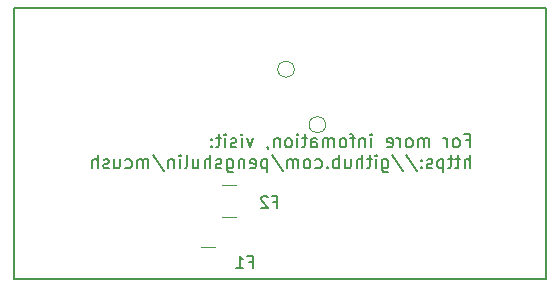
<source format=gbr>
G04 #@! TF.GenerationSoftware,KiCad,Pcbnew,5.0.0-fee4fd1~66~ubuntu16.04.1*
G04 #@! TF.CreationDate,2018-10-04T09:57:08+08:00*
G04 #@! TF.ProjectId,tiny,74696E792E6B696361645F7063620000,rev?*
G04 #@! TF.SameCoordinates,Original*
G04 #@! TF.FileFunction,Legend,Bot*
G04 #@! TF.FilePolarity,Positive*
%FSLAX46Y46*%
G04 Gerber Fmt 4.6, Leading zero omitted, Abs format (unit mm)*
G04 Created by KiCad (PCBNEW 5.0.0-fee4fd1~66~ubuntu16.04.1) date Thu Oct  4 09:57:08 2018*
%MOMM*%
%LPD*%
G01*
G04 APERTURE LIST*
%ADD10C,0.200000*%
%ADD11C,0.150000*%
%ADD12C,0.120000*%
G04 APERTURE END LIST*
D10*
X128400428Y-112697428D02*
X128767095Y-112697428D01*
X128767095Y-113273619D02*
X128767095Y-112173619D01*
X128243285Y-112173619D01*
X127667095Y-113273619D02*
X127771857Y-113221238D01*
X127824238Y-113168857D01*
X127876619Y-113064095D01*
X127876619Y-112749809D01*
X127824238Y-112645047D01*
X127771857Y-112592666D01*
X127667095Y-112540285D01*
X127509952Y-112540285D01*
X127405190Y-112592666D01*
X127352809Y-112645047D01*
X127300428Y-112749809D01*
X127300428Y-113064095D01*
X127352809Y-113168857D01*
X127405190Y-113221238D01*
X127509952Y-113273619D01*
X127667095Y-113273619D01*
X126829000Y-113273619D02*
X126829000Y-112540285D01*
X126829000Y-112749809D02*
X126776619Y-112645047D01*
X126724238Y-112592666D01*
X126619476Y-112540285D01*
X126514714Y-112540285D01*
X125309952Y-113273619D02*
X125309952Y-112540285D01*
X125309952Y-112645047D02*
X125257571Y-112592666D01*
X125152809Y-112540285D01*
X124995666Y-112540285D01*
X124890904Y-112592666D01*
X124838523Y-112697428D01*
X124838523Y-113273619D01*
X124838523Y-112697428D02*
X124786142Y-112592666D01*
X124681380Y-112540285D01*
X124524238Y-112540285D01*
X124419476Y-112592666D01*
X124367095Y-112697428D01*
X124367095Y-113273619D01*
X123686142Y-113273619D02*
X123790904Y-113221238D01*
X123843285Y-113168857D01*
X123895666Y-113064095D01*
X123895666Y-112749809D01*
X123843285Y-112645047D01*
X123790904Y-112592666D01*
X123686142Y-112540285D01*
X123529000Y-112540285D01*
X123424238Y-112592666D01*
X123371857Y-112645047D01*
X123319476Y-112749809D01*
X123319476Y-113064095D01*
X123371857Y-113168857D01*
X123424238Y-113221238D01*
X123529000Y-113273619D01*
X123686142Y-113273619D01*
X122848047Y-113273619D02*
X122848047Y-112540285D01*
X122848047Y-112749809D02*
X122795666Y-112645047D01*
X122743285Y-112592666D01*
X122638523Y-112540285D01*
X122533761Y-112540285D01*
X121748047Y-113221238D02*
X121852809Y-113273619D01*
X122062333Y-113273619D01*
X122167095Y-113221238D01*
X122219476Y-113116476D01*
X122219476Y-112697428D01*
X122167095Y-112592666D01*
X122062333Y-112540285D01*
X121852809Y-112540285D01*
X121748047Y-112592666D01*
X121695666Y-112697428D01*
X121695666Y-112802190D01*
X122219476Y-112906952D01*
X120386142Y-113273619D02*
X120386142Y-112540285D01*
X120386142Y-112173619D02*
X120438523Y-112226000D01*
X120386142Y-112278380D01*
X120333761Y-112226000D01*
X120386142Y-112173619D01*
X120386142Y-112278380D01*
X119862333Y-112540285D02*
X119862333Y-113273619D01*
X119862333Y-112645047D02*
X119809952Y-112592666D01*
X119705190Y-112540285D01*
X119548047Y-112540285D01*
X119443285Y-112592666D01*
X119390904Y-112697428D01*
X119390904Y-113273619D01*
X119024238Y-112540285D02*
X118605190Y-112540285D01*
X118867095Y-113273619D02*
X118867095Y-112330761D01*
X118814714Y-112226000D01*
X118709952Y-112173619D01*
X118605190Y-112173619D01*
X118081380Y-113273619D02*
X118186142Y-113221238D01*
X118238523Y-113168857D01*
X118290904Y-113064095D01*
X118290904Y-112749809D01*
X118238523Y-112645047D01*
X118186142Y-112592666D01*
X118081380Y-112540285D01*
X117924238Y-112540285D01*
X117819476Y-112592666D01*
X117767095Y-112645047D01*
X117714714Y-112749809D01*
X117714714Y-113064095D01*
X117767095Y-113168857D01*
X117819476Y-113221238D01*
X117924238Y-113273619D01*
X118081380Y-113273619D01*
X117243285Y-113273619D02*
X117243285Y-112540285D01*
X117243285Y-112645047D02*
X117190904Y-112592666D01*
X117086142Y-112540285D01*
X116929000Y-112540285D01*
X116824238Y-112592666D01*
X116771857Y-112697428D01*
X116771857Y-113273619D01*
X116771857Y-112697428D02*
X116719476Y-112592666D01*
X116614714Y-112540285D01*
X116457571Y-112540285D01*
X116352809Y-112592666D01*
X116300428Y-112697428D01*
X116300428Y-113273619D01*
X115305190Y-113273619D02*
X115305190Y-112697428D01*
X115357571Y-112592666D01*
X115462333Y-112540285D01*
X115671857Y-112540285D01*
X115776619Y-112592666D01*
X115305190Y-113221238D02*
X115409952Y-113273619D01*
X115671857Y-113273619D01*
X115776619Y-113221238D01*
X115829000Y-113116476D01*
X115829000Y-113011714D01*
X115776619Y-112906952D01*
X115671857Y-112854571D01*
X115409952Y-112854571D01*
X115305190Y-112802190D01*
X114938523Y-112540285D02*
X114519476Y-112540285D01*
X114781380Y-112173619D02*
X114781380Y-113116476D01*
X114729000Y-113221238D01*
X114624238Y-113273619D01*
X114519476Y-113273619D01*
X114152809Y-113273619D02*
X114152809Y-112540285D01*
X114152809Y-112173619D02*
X114205190Y-112226000D01*
X114152809Y-112278380D01*
X114100428Y-112226000D01*
X114152809Y-112173619D01*
X114152809Y-112278380D01*
X113471857Y-113273619D02*
X113576619Y-113221238D01*
X113629000Y-113168857D01*
X113681380Y-113064095D01*
X113681380Y-112749809D01*
X113629000Y-112645047D01*
X113576619Y-112592666D01*
X113471857Y-112540285D01*
X113314714Y-112540285D01*
X113209952Y-112592666D01*
X113157571Y-112645047D01*
X113105190Y-112749809D01*
X113105190Y-113064095D01*
X113157571Y-113168857D01*
X113209952Y-113221238D01*
X113314714Y-113273619D01*
X113471857Y-113273619D01*
X112633761Y-112540285D02*
X112633761Y-113273619D01*
X112633761Y-112645047D02*
X112581380Y-112592666D01*
X112476619Y-112540285D01*
X112319476Y-112540285D01*
X112214714Y-112592666D01*
X112162333Y-112697428D01*
X112162333Y-113273619D01*
X111586142Y-113221238D02*
X111586142Y-113273619D01*
X111638523Y-113378380D01*
X111690904Y-113430761D01*
X110381380Y-112540285D02*
X110119476Y-113273619D01*
X109857571Y-112540285D01*
X109438523Y-113273619D02*
X109438523Y-112540285D01*
X109438523Y-112173619D02*
X109490904Y-112226000D01*
X109438523Y-112278380D01*
X109386142Y-112226000D01*
X109438523Y-112173619D01*
X109438523Y-112278380D01*
X108967095Y-113221238D02*
X108862333Y-113273619D01*
X108652809Y-113273619D01*
X108548047Y-113221238D01*
X108495666Y-113116476D01*
X108495666Y-113064095D01*
X108548047Y-112959333D01*
X108652809Y-112906952D01*
X108809952Y-112906952D01*
X108914714Y-112854571D01*
X108967095Y-112749809D01*
X108967095Y-112697428D01*
X108914714Y-112592666D01*
X108809952Y-112540285D01*
X108652809Y-112540285D01*
X108548047Y-112592666D01*
X108024238Y-113273619D02*
X108024238Y-112540285D01*
X108024238Y-112173619D02*
X108076619Y-112226000D01*
X108024238Y-112278380D01*
X107971857Y-112226000D01*
X108024238Y-112173619D01*
X108024238Y-112278380D01*
X107657571Y-112540285D02*
X107238523Y-112540285D01*
X107500428Y-112173619D02*
X107500428Y-113116476D01*
X107448047Y-113221238D01*
X107343285Y-113273619D01*
X107238523Y-113273619D01*
X106871857Y-113168857D02*
X106819476Y-113221238D01*
X106871857Y-113273619D01*
X106924238Y-113221238D01*
X106871857Y-113168857D01*
X106871857Y-113273619D01*
X106871857Y-112592666D02*
X106819476Y-112645047D01*
X106871857Y-112697428D01*
X106924238Y-112645047D01*
X106871857Y-112592666D01*
X106871857Y-112697428D01*
X128767095Y-115051619D02*
X128767095Y-113951619D01*
X128295666Y-115051619D02*
X128295666Y-114475428D01*
X128348047Y-114370666D01*
X128452809Y-114318285D01*
X128609952Y-114318285D01*
X128714714Y-114370666D01*
X128767095Y-114423047D01*
X127929000Y-114318285D02*
X127509952Y-114318285D01*
X127771857Y-113951619D02*
X127771857Y-114894476D01*
X127719476Y-114999238D01*
X127614714Y-115051619D01*
X127509952Y-115051619D01*
X127300428Y-114318285D02*
X126881380Y-114318285D01*
X127143285Y-113951619D02*
X127143285Y-114894476D01*
X127090904Y-114999238D01*
X126986142Y-115051619D01*
X126881380Y-115051619D01*
X126514714Y-114318285D02*
X126514714Y-115418285D01*
X126514714Y-114370666D02*
X126409952Y-114318285D01*
X126200428Y-114318285D01*
X126095666Y-114370666D01*
X126043285Y-114423047D01*
X125990904Y-114527809D01*
X125990904Y-114842095D01*
X126043285Y-114946857D01*
X126095666Y-114999238D01*
X126200428Y-115051619D01*
X126409952Y-115051619D01*
X126514714Y-114999238D01*
X125571857Y-114999238D02*
X125467095Y-115051619D01*
X125257571Y-115051619D01*
X125152809Y-114999238D01*
X125100428Y-114894476D01*
X125100428Y-114842095D01*
X125152809Y-114737333D01*
X125257571Y-114684952D01*
X125414714Y-114684952D01*
X125519476Y-114632571D01*
X125571857Y-114527809D01*
X125571857Y-114475428D01*
X125519476Y-114370666D01*
X125414714Y-114318285D01*
X125257571Y-114318285D01*
X125152809Y-114370666D01*
X124629000Y-114946857D02*
X124576619Y-114999238D01*
X124629000Y-115051619D01*
X124681380Y-114999238D01*
X124629000Y-114946857D01*
X124629000Y-115051619D01*
X124629000Y-114370666D02*
X124576619Y-114423047D01*
X124629000Y-114475428D01*
X124681380Y-114423047D01*
X124629000Y-114370666D01*
X124629000Y-114475428D01*
X123319476Y-113899238D02*
X124262333Y-115313523D01*
X122167095Y-113899238D02*
X123109952Y-115313523D01*
X121329000Y-114318285D02*
X121329000Y-115208761D01*
X121381380Y-115313523D01*
X121433761Y-115365904D01*
X121538523Y-115418285D01*
X121695666Y-115418285D01*
X121800428Y-115365904D01*
X121329000Y-114999238D02*
X121433761Y-115051619D01*
X121643285Y-115051619D01*
X121748047Y-114999238D01*
X121800428Y-114946857D01*
X121852809Y-114842095D01*
X121852809Y-114527809D01*
X121800428Y-114423047D01*
X121748047Y-114370666D01*
X121643285Y-114318285D01*
X121433761Y-114318285D01*
X121329000Y-114370666D01*
X120805190Y-115051619D02*
X120805190Y-114318285D01*
X120805190Y-113951619D02*
X120857571Y-114004000D01*
X120805190Y-114056380D01*
X120752809Y-114004000D01*
X120805190Y-113951619D01*
X120805190Y-114056380D01*
X120438523Y-114318285D02*
X120019476Y-114318285D01*
X120281380Y-113951619D02*
X120281380Y-114894476D01*
X120229000Y-114999238D01*
X120124238Y-115051619D01*
X120019476Y-115051619D01*
X119652809Y-115051619D02*
X119652809Y-113951619D01*
X119181380Y-115051619D02*
X119181380Y-114475428D01*
X119233761Y-114370666D01*
X119338523Y-114318285D01*
X119495666Y-114318285D01*
X119600428Y-114370666D01*
X119652809Y-114423047D01*
X118186142Y-114318285D02*
X118186142Y-115051619D01*
X118657571Y-114318285D02*
X118657571Y-114894476D01*
X118605190Y-114999238D01*
X118500428Y-115051619D01*
X118343285Y-115051619D01*
X118238523Y-114999238D01*
X118186142Y-114946857D01*
X117662333Y-115051619D02*
X117662333Y-113951619D01*
X117662333Y-114370666D02*
X117557571Y-114318285D01*
X117348047Y-114318285D01*
X117243285Y-114370666D01*
X117190904Y-114423047D01*
X117138523Y-114527809D01*
X117138523Y-114842095D01*
X117190904Y-114946857D01*
X117243285Y-114999238D01*
X117348047Y-115051619D01*
X117557571Y-115051619D01*
X117662333Y-114999238D01*
X116667095Y-114946857D02*
X116614714Y-114999238D01*
X116667095Y-115051619D01*
X116719476Y-114999238D01*
X116667095Y-114946857D01*
X116667095Y-115051619D01*
X115671857Y-114999238D02*
X115776619Y-115051619D01*
X115986142Y-115051619D01*
X116090904Y-114999238D01*
X116143285Y-114946857D01*
X116195666Y-114842095D01*
X116195666Y-114527809D01*
X116143285Y-114423047D01*
X116090904Y-114370666D01*
X115986142Y-114318285D01*
X115776619Y-114318285D01*
X115671857Y-114370666D01*
X115043285Y-115051619D02*
X115148047Y-114999238D01*
X115200428Y-114946857D01*
X115252809Y-114842095D01*
X115252809Y-114527809D01*
X115200428Y-114423047D01*
X115148047Y-114370666D01*
X115043285Y-114318285D01*
X114886142Y-114318285D01*
X114781380Y-114370666D01*
X114729000Y-114423047D01*
X114676619Y-114527809D01*
X114676619Y-114842095D01*
X114729000Y-114946857D01*
X114781380Y-114999238D01*
X114886142Y-115051619D01*
X115043285Y-115051619D01*
X114205190Y-115051619D02*
X114205190Y-114318285D01*
X114205190Y-114423047D02*
X114152809Y-114370666D01*
X114048047Y-114318285D01*
X113890904Y-114318285D01*
X113786142Y-114370666D01*
X113733761Y-114475428D01*
X113733761Y-115051619D01*
X113733761Y-114475428D02*
X113681380Y-114370666D01*
X113576619Y-114318285D01*
X113419476Y-114318285D01*
X113314714Y-114370666D01*
X113262333Y-114475428D01*
X113262333Y-115051619D01*
X111952809Y-113899238D02*
X112895666Y-115313523D01*
X111586142Y-114318285D02*
X111586142Y-115418285D01*
X111586142Y-114370666D02*
X111481380Y-114318285D01*
X111271857Y-114318285D01*
X111167095Y-114370666D01*
X111114714Y-114423047D01*
X111062333Y-114527809D01*
X111062333Y-114842095D01*
X111114714Y-114946857D01*
X111167095Y-114999238D01*
X111271857Y-115051619D01*
X111481380Y-115051619D01*
X111586142Y-114999238D01*
X110171857Y-114999238D02*
X110276619Y-115051619D01*
X110486142Y-115051619D01*
X110590904Y-114999238D01*
X110643285Y-114894476D01*
X110643285Y-114475428D01*
X110590904Y-114370666D01*
X110486142Y-114318285D01*
X110276619Y-114318285D01*
X110171857Y-114370666D01*
X110119476Y-114475428D01*
X110119476Y-114580190D01*
X110643285Y-114684952D01*
X109648047Y-114318285D02*
X109648047Y-115051619D01*
X109648047Y-114423047D02*
X109595666Y-114370666D01*
X109490904Y-114318285D01*
X109333761Y-114318285D01*
X109229000Y-114370666D01*
X109176619Y-114475428D01*
X109176619Y-115051619D01*
X108181380Y-114318285D02*
X108181380Y-115208761D01*
X108233761Y-115313523D01*
X108286142Y-115365904D01*
X108390904Y-115418285D01*
X108548047Y-115418285D01*
X108652809Y-115365904D01*
X108181380Y-114999238D02*
X108286142Y-115051619D01*
X108495666Y-115051619D01*
X108600428Y-114999238D01*
X108652809Y-114946857D01*
X108705190Y-114842095D01*
X108705190Y-114527809D01*
X108652809Y-114423047D01*
X108600428Y-114370666D01*
X108495666Y-114318285D01*
X108286142Y-114318285D01*
X108181380Y-114370666D01*
X107709952Y-114999238D02*
X107605190Y-115051619D01*
X107395666Y-115051619D01*
X107290904Y-114999238D01*
X107238523Y-114894476D01*
X107238523Y-114842095D01*
X107290904Y-114737333D01*
X107395666Y-114684952D01*
X107552809Y-114684952D01*
X107657571Y-114632571D01*
X107709952Y-114527809D01*
X107709952Y-114475428D01*
X107657571Y-114370666D01*
X107552809Y-114318285D01*
X107395666Y-114318285D01*
X107290904Y-114370666D01*
X106767095Y-115051619D02*
X106767095Y-113951619D01*
X106295666Y-115051619D02*
X106295666Y-114475428D01*
X106348047Y-114370666D01*
X106452809Y-114318285D01*
X106609952Y-114318285D01*
X106714714Y-114370666D01*
X106767095Y-114423047D01*
X105300428Y-114318285D02*
X105300428Y-115051619D01*
X105771857Y-114318285D02*
X105771857Y-114894476D01*
X105719476Y-114999238D01*
X105614714Y-115051619D01*
X105457571Y-115051619D01*
X105352809Y-114999238D01*
X105300428Y-114946857D01*
X104619476Y-115051619D02*
X104724238Y-114999238D01*
X104776619Y-114894476D01*
X104776619Y-113951619D01*
X104200428Y-115051619D02*
X104200428Y-114318285D01*
X104200428Y-113951619D02*
X104252809Y-114004000D01*
X104200428Y-114056380D01*
X104148047Y-114004000D01*
X104200428Y-113951619D01*
X104200428Y-114056380D01*
X103676619Y-114318285D02*
X103676619Y-115051619D01*
X103676619Y-114423047D02*
X103624238Y-114370666D01*
X103519476Y-114318285D01*
X103362333Y-114318285D01*
X103257571Y-114370666D01*
X103205190Y-114475428D01*
X103205190Y-115051619D01*
X101895666Y-113899238D02*
X102838523Y-115313523D01*
X101529000Y-115051619D02*
X101529000Y-114318285D01*
X101529000Y-114423047D02*
X101476619Y-114370666D01*
X101371857Y-114318285D01*
X101214714Y-114318285D01*
X101109952Y-114370666D01*
X101057571Y-114475428D01*
X101057571Y-115051619D01*
X101057571Y-114475428D02*
X101005190Y-114370666D01*
X100900428Y-114318285D01*
X100743285Y-114318285D01*
X100638523Y-114370666D01*
X100586142Y-114475428D01*
X100586142Y-115051619D01*
X99590904Y-114999238D02*
X99695666Y-115051619D01*
X99905190Y-115051619D01*
X100009952Y-114999238D01*
X100062333Y-114946857D01*
X100114714Y-114842095D01*
X100114714Y-114527809D01*
X100062333Y-114423047D01*
X100009952Y-114370666D01*
X99905190Y-114318285D01*
X99695666Y-114318285D01*
X99590904Y-114370666D01*
X98648047Y-114318285D02*
X98648047Y-115051619D01*
X99119476Y-114318285D02*
X99119476Y-114894476D01*
X99067095Y-114999238D01*
X98962333Y-115051619D01*
X98805190Y-115051619D01*
X98700428Y-114999238D01*
X98648047Y-114946857D01*
X98176619Y-114999238D02*
X98071857Y-115051619D01*
X97862333Y-115051619D01*
X97757571Y-114999238D01*
X97705190Y-114894476D01*
X97705190Y-114842095D01*
X97757571Y-114737333D01*
X97862333Y-114684952D01*
X98019476Y-114684952D01*
X98124238Y-114632571D01*
X98176619Y-114527809D01*
X98176619Y-114475428D01*
X98124238Y-114370666D01*
X98019476Y-114318285D01*
X97862333Y-114318285D01*
X97757571Y-114370666D01*
X97233761Y-115051619D02*
X97233761Y-113951619D01*
X96762333Y-115051619D02*
X96762333Y-114475428D01*
X96814714Y-114370666D01*
X96919476Y-114318285D01*
X97076619Y-114318285D01*
X97181380Y-114370666D01*
X97233761Y-114423047D01*
D11*
X90170000Y-101460000D02*
X135170000Y-101460000D01*
X90170000Y-124460000D02*
X90170000Y-101460000D01*
X135170000Y-124460000D02*
X90170000Y-124460000D01*
X135170000Y-101460000D02*
X135170000Y-124460000D01*
D12*
G04 #@! TO.C,TP10*
X113882400Y-106680000D02*
G75*
G03X113882400Y-106680000I-700000J0D01*
G01*
G04 #@! TO.C,TP12*
X116534160Y-111368840D02*
G75*
G03X116534160Y-111368840I-700000J0D01*
G01*
G04 #@! TO.C,F2*
X108983864Y-119165200D02*
X107779736Y-119165200D01*
X108983864Y-116445200D02*
X107779736Y-116445200D01*
G04 #@! TO.C,F1*
X107155064Y-121703000D02*
X105950936Y-121703000D01*
X107155064Y-124423000D02*
X105950936Y-124423000D01*
G04 #@! TD*
G04 #@! TO.C,F2*
D11*
X112118733Y-117886171D02*
X112452066Y-117886171D01*
X112452066Y-118409980D02*
X112452066Y-117409980D01*
X111975876Y-117409980D01*
X111642542Y-117505219D02*
X111594923Y-117457600D01*
X111499685Y-117409980D01*
X111261590Y-117409980D01*
X111166352Y-117457600D01*
X111118733Y-117505219D01*
X111071114Y-117600457D01*
X111071114Y-117695695D01*
X111118733Y-117838552D01*
X111690161Y-118409980D01*
X111071114Y-118409980D01*
G04 #@! TO.C,F1*
X110035933Y-122966171D02*
X110369266Y-122966171D01*
X110369266Y-123489980D02*
X110369266Y-122489980D01*
X109893076Y-122489980D01*
X108988314Y-123489980D02*
X109559742Y-123489980D01*
X109274028Y-123489980D02*
X109274028Y-122489980D01*
X109369266Y-122632838D01*
X109464504Y-122728076D01*
X109559742Y-122775695D01*
G04 #@! TD*
M02*

</source>
